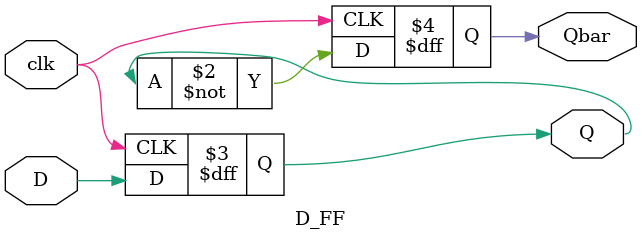
<source format=v>
`timescale 1ns / 1ps


module D_FF(
input clk,
input D,
output reg Q,
output reg Qbar
    );
    
    always@(posedge clk) begin
        Q<=D;
        Qbar<=~Q;
    end
endmodule

</source>
